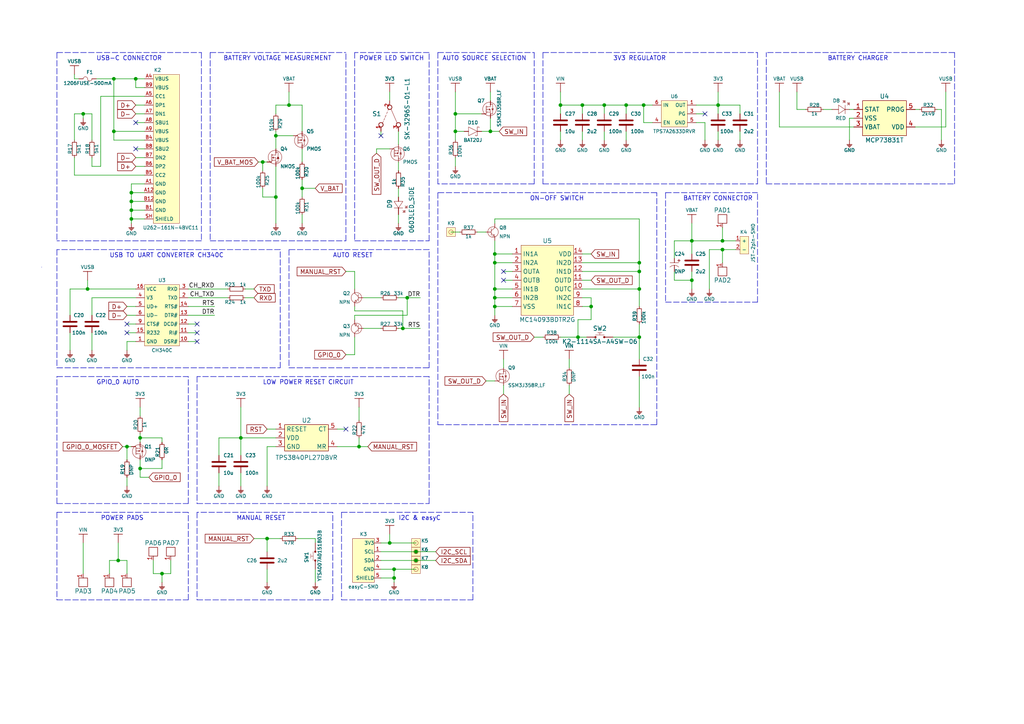
<source format=kicad_sch>
(kicad_sch (version 20211123) (generator eeschema)
  (paper "A4")
  (title_block (title "Soldered Inkplate 6FLICK Gen2") (date "2023-11-27") (rev "V1.0.0") (company "SOLDERED") (comment 1 "333312"))
  (lib_symbols
    (symbol "e-radionica.com schematics:0402LED" (pin_numbers hide) (pin_names (offset 0.254) hide)
      (property "Reference" "D" (at -0.635 2.54 0))
      (property "Value" "0402LED" (at 0 -2.54 0))
      (symbol "0402LED_1_1"
        (pin passive line (at -2.54 0 0) (length 1.91) (name "A") (number "1"))
        (pin passive line (at 2.54 0 180) (length 1.27) (name "K") (number "2"))
      )
    )
    (symbol "e-radionica.com schematics:0603C" (pin_numbers hide) (pin_names (offset 0.002))
      (property "Reference" "C" (at 0 3.81 0))
      (property "Value" "0603C" (at 0 -3.175 0))
      (symbol "0603C_1_1"
        (pin passive line (at -2.54 0 0) (length 1.9) (name "~") (number "1"))
        (pin passive line (at 2.54 0 180) (length 1.9) (name "~") (number "2"))
      )
    )
    (symbol "e-radionica.com schematics:0603LED_SIDE" (pin_numbers hide) (pin_names hide)
      (property "Reference" "D" (at -1.27 2.54 0))
      (property "Value" "0603LED_SIDE" (at 0 -2.286 0))
      (symbol "0603LED_SIDE_1_1"
        (pin passive line (at -2.54 0 0) (length 1.27) (name "A") (number "1"))
        (pin passive line (at 2.54 0 180) (length 1.91) (name "K") (number "2"))
      )
    )
    (symbol "e-radionica.com schematics:0603R" (pin_numbers hide) (pin_names (offset 0.254))
      (property "Reference" "R" (at 0 1.27 0))
      (property "Value" "0603R" (at 0 -1.905 0))
      (symbol "0603R_1_1"
        (pin passive line (at -2.54 0 0) (length 0.63) (name "~") (number "1"))
        (pin passive line (at 2.54 0 180) (length 0.63) (name "~") (number "2"))
      )
    )
    (symbol "e-radionica.com schematics:1206C" (pin_numbers hide)
      (property "Reference" "C" (at 0 3.81 0))
      (property "Value" "1206C" (at 0 -3.175 0))
      (symbol "1206C_1_1"
        (pin passive line (at -2.54 0 0) (length 1.9) (name "~") (number "1"))
        (pin passive line (at 2.54 0 180) (length 1.9) (name "~") (number "2"))
      )
    )
    (symbol "e-radionica.com schematics:1206FUSE" (pin_numbers hide) (pin_names hide)
      (property "Reference" "F" (at -1.27 1.905 0))
      (property "Value" "1206FUSE" (at 0 -1.905 0))
      (symbol "1206FUSE_1_1"
        (pin passive line (at -2.54 0 0) (length 1.27) (name "~") (number "1"))
        (pin passive line (at 2.54 0 180) (length 1.27) (name "~") (number "2"))
      )
    )
    (symbol "e-radionica.com schematics:2917C" (pin_numbers hide) (pin_names hide)
      (property "Reference" "C?" (at 0 0 0))
      (property "Value" "2917C" (at 0 0 0))
      (symbol "2917C_0_0"
        (text "+" (at -0.635 -1.27 0) (effects (font (size 1 1))))
      )
      (symbol "2917C_1_1"
        (pin input line (at -1.27 -2.54 0) (length 1.27) (name "+") (number "1"))
        (pin input line (at 2.54 -2.54 180) (length 1.8) (name "-") (number "2"))
      )
    )
    (symbol "e-radionica.com schematics:3V3" (power) (pin_names (offset 0))
      (property "Value" "3V3" (at 0 3.556 0))
      (symbol "3V3_1_1"
        (pin power_in line (at 0 0 90) (length 0) hide (name "3V3") (number "1"))
      )
    )
    (symbol "e-radionica.com schematics:BAT20J" (pin_numbers hide) (pin_names hide)
      (property "Reference" "D" (at 0 2.54 0))
      (property "Value" "BAT20J" (at 0 -2.54 0))
      (symbol "BAT20J_1_1"
        (pin input line (at -2.54 0 0) (length 1.27) (name "A") (number "1"))
        (pin input line (at 2.54 0 180) (length 1.27) (name "C") (number "2"))
      )
    )
    (symbol "e-radionica.com schematics:CH340C"
      (property "Reference" "U" (at -3.81 10.16 0))
      (property "Value" "CH340C" (at 0 -10.16 0))
      (symbol "CH340C_1_1"
        (pin passive line (at -7.62 -7.62 0) (length 2.54) (name "GND") (number "1"))
        (pin passive line (at 7.62 -7.62 180) (length 2.54) (name "DSR#") (number "10"))
        (pin passive line (at 7.62 -5.08 180) (length 2.54) (name "RI#") (number "11"))
        (pin passive line (at 7.62 -2.54 180) (length 2.54) (name "DCD#") (number "12"))
        (pin passive line (at 7.62 0 180) (length 2.54) (name "DTR#") (number "13"))
        (pin passive line (at 7.62 2.54 180) (length 2.54) (name "RTS#") (number "14"))
        (pin passive line (at -7.62 -5.08 0) (length 2.54) (name "R232") (number "15"))
        (pin passive line (at -7.62 7.62 0) (length 2.54) (name "VCC") (number "16"))
        (pin passive line (at 7.62 5.08 180) (length 2.54) (name "TXD") (number "2"))
        (pin passive line (at 7.62 7.62 180) (length 2.54) (name "RXD") (number "3"))
        (pin passive line (at -7.62 5.08 0) (length 2.54) (name "V3") (number "4"))
        (pin passive line (at -7.62 2.54 0) (length 2.54) (name "UD+") (number "5"))
        (pin passive line (at -7.62 0 0) (length 2.54) (name "UD-") (number "6"))
        (pin passive line (at -7.62 -2.54 0) (length 2.54) (name "CTS#") (number "9"))
      )
    )
    (symbol "e-radionica.com schematics:GND" (power) (pin_names (offset 0))
      (property "Value" "GND" (at 0 -2.921 0))
      (symbol "GND_1_1"
        (pin power_in line (at 0 0 270) (length 0) hide (name "GND") (number "1"))
      )
    )
    (symbol "e-radionica.com schematics:HEADER_MALE_1X1_Inkplate" (pin_numbers hide) (pin_names hide)
      (property "Reference" "K" (at 0 2.54 0))
      (property "Value" "HEADER_MALE_1X1_Inkplate" (at 0 -2.54 0))
      (symbol "HEADER_MALE_1X1_Inkplate_1_1"
        (pin passive line (at 0 0 180) (length 0) (name "~") (number "1"))
      )
    )
    (symbol "e-radionica.com schematics:JST-2pin-SMD"
      (property "Reference" "K" (at 0 3.81 0))
      (property "Value" "JST-2pin-SMD" (at 1.27 -3.81 0))
      (symbol "JST-2pin-SMD_1_1"
        (pin passive line (at 2.54 -1.27 180) (length 1.27) (name "+") (number "1"))
        (pin passive line (at 2.54 1.27 180) (length 1.27) (name "-") (number "2"))
      )
    )
    (symbol "e-radionica.com schematics:K2-1114SA-A4SW-06" (pin_numbers hide) (pin_names hide)
      (property "Reference" "SW" (at 0 2.54 0))
      (property "Value" "K2-1114SA-A4SW-06" (at 0 -2.54 0))
      (symbol "K2-1114SA-A4SW-06_1_1"
        (pin passive line (at -3.81 0 0) (length 2.54) (name "~") (number "1"))
        (pin passive line (at 3.81 0 180) (length 2.54) (name "~") (number "2"))
      )
    )
    (symbol "e-radionica.com schematics:MC14093BDTR2G"
      (property "Reference" "U" (at 0 15.24 0))
      (property "Value" "MC14093BDTR2G" (at 0 -7.62 0))
      (symbol "MC14093BDTR2G_1_1"
        (pin output line (at -10.16 11.43 0) (length 2.54) (name "IN1A") (number "1"))
        (pin output line (at 10.16 1.27 180) (length 2.54) (name "OUTC") (number "10"))
        (pin output line (at 10.16 3.81 180) (length 2.54) (name "OUTD") (number "11"))
        (pin output line (at 10.16 6.35 180) (length 2.54) (name "IN1D") (number "12"))
        (pin output line (at 10.16 8.89 180) (length 2.54) (name "IN2D") (number "13"))
        (pin output line (at 10.16 11.43 180) (length 2.54) (name "VDD") (number "14"))
        (pin output line (at -10.16 8.89 0) (length 2.54) (name "IN2A") (number "2"))
        (pin output line (at -10.16 6.35 0) (length 2.54) (name "OUTA") (number "3"))
        (pin output line (at -10.16 3.81 0) (length 2.54) (name "OUTB") (number "4"))
        (pin output line (at -10.16 1.27 0) (length 2.54) (name "IN1B") (number "5"))
        (pin output line (at -10.16 -1.27 0) (length 2.54) (name "IN2B") (number "6"))
        (pin output line (at -10.16 -3.81 0) (length 2.54) (name "VSS") (number "7"))
        (pin output line (at 10.16 -3.81 180) (length 2.54) (name "IN1C") (number "8"))
        (pin output line (at 10.16 -1.27 180) (length 2.54) (name "IN2C") (number "9"))
      )
    )
    (symbol "e-radionica.com schematics:MCP73831T"
      (property "Reference" "U" (at 0 6.35 0))
      (property "Value" "MCP73831T" (at 0 -6.35 0))
      (symbol "MCP73831T_1_1"
        (pin output line (at -8.89 2.54 0) (length 2.54) (name "STAT") (number "1"))
        (pin output line (at -8.89 0 0) (length 2.54) (name "VSS") (number "2"))
        (pin output line (at -8.89 -2.54 0) (length 2.54) (name "VBAT") (number "3"))
        (pin output line (at 8.89 -2.54 180) (length 2.54) (name "VDD") (number "4"))
        (pin output line (at 8.89 2.54 180) (length 2.54) (name "PROG") (number "5"))
      )
    )
    (symbol "e-radionica.com schematics:NMOS-SOT-23-3" (pin_numbers hide) (pin_names hide)
      (property "Reference" "Q" (at -1.143 2.921 0))
      (property "Value" "NMOS-SOT-23-3" (at 1.524 -3.937 0))
      (symbol "NMOS-SOT-23-3_1_1"
        (pin passive line (at -1.27 -1.27 0) (length 1.27) (name "G") (number "1"))
        (pin passive line (at 1.27 -2.54 90) (length 1.27) (name "S") (number "2"))
        (pin passive line (at 1.27 2.54 270) (length 1.27) (name "D") (number "3"))
      )
    )
    (symbol "e-radionica.com schematics:NPN-SOT-23-3" (pin_numbers hide) (pin_names hide)
      (property "Reference" "Q" (at -2.286 2.921 0))
      (property "Value" "NPN-SOT-23-3" (at 0 -3.81 0))
      (symbol "NPN-SOT-23-3_1_1"
        (pin passive line (at -2.54 0 0) (length 1.46) (name "B") (number "1"))
        (pin passive line (at 0 -2.54 90) (length 1.27) (name "E") (number "2"))
        (pin passive line (at 0 2.54 270) (length 1.27) (name "C") (number "3"))
      )
    )
    (symbol "e-radionica.com schematics:PAD_4x4"
      (property "Reference" "PAD" (at 0 2.54 0))
      (property "Value" "PAD_4x4" (at 0 -2.54 0))
      (symbol "PAD_4x4_1_1"
        (pin passive line (at -2.54 0 0) (length 1.27) (name "") (number "1"))
      )
    )
    (symbol "e-radionica.com schematics:PMOS-SOT-23-3" (pin_numbers hide) (pin_names hide)
      (property "Reference" "Q" (at -1.27 2.54 0))
      (property "Value" "PMOS-SOT-23-3" (at 0.381 -4.064 0))
      (symbol "PMOS-SOT-23-3_1_1"
        (pin passive line (at -1.27 -1.27 0) (length 1.27) (name "G") (number "1"))
        (pin passive line (at 1.27 -2.54 90) (length 1.27) (name "S") (number "2"))
        (pin passive line (at 1.27 2.54 270) (length 1.27) (name "D") (number "3"))
      )
    )
    (symbol "e-radionica.com schematics:SK-3296S-01-L1"
      (property "Reference" "S" (at 0 3.81 0))
      (property "Value" "SK-3296S-01-L1" (at 0 -6.35 0))
      (symbol "SK-3296S-01-L1_1_1"
        (pin input inverted (at 3.81 2.54 180) (length 2.54) (name "") (number "1"))
        (pin input inverted (at -5.08 0 0) (length 2.54) (name "") (number "2"))
        (pin input inverted (at 3.81 -2.54 180) (length 2.54) (name "") (number "3"))
      )
    )
    (symbol "e-radionica.com schematics:TPS3840PL27DBVR"
      (property "Reference" "U" (at 0 5.08 0))
      (property "Value" "TPS3840PL27DBVR" (at 0 -5.08 0))
      (symbol "TPS3840PL27DBVR_1_1"
        (pin input line (at -8.89 2.54 0) (length 2.54) (name "RESET") (number "1"))
        (pin input line (at -8.89 0 0) (length 2.54) (name "VDD") (number "2"))
        (pin input line (at -8.89 -2.54 0) (length 2.54) (name "GND") (number "3"))
        (pin input line (at 8.89 -2.54 180) (length 2.54) (name "MR") (number "4"))
        (pin input line (at 8.89 2.54 180) (length 2.54) (name "CT") (number "5"))
      )
    )
    (symbol "e-radionica.com schematics:TPS7A2633DRVR"
      (property "Reference" "U" (at -3.175 5.08 0))
      (property "Value" "TPS7A2633DRVR" (at 0 -5.08 0))
      (symbol "TPS7A2633DRVR_1_1"
        (pin passive line (at 6.35 2.54 180) (length 2.54) (name "OUT") (number "1"))
        (pin passive line (at 6.35 0 180) (length 2.54) (name "PG") (number "3"))
        (pin passive line (at -6.35 -2.54 0) (length 2.54) (name "EN") (number "4"))
        (pin passive line (at 6.35 -2.54 180) (length 2.54) (name "GND") (number "5"))
        (pin passive line (at -6.35 2.54 0) (length 2.54) (name "IN") (number "6"))
      )
    )
    (symbol "e-radionica.com schematics:U262-161N-4BVC11"
      (property "Reference" "K" (at 0 22.86 0))
      (property "Value" "U262-161N-4BVC11" (at 2.54 -22.86 0))
      (symbol "U262-161N-4BVC11_1_1"
        (pin passive line (at -3.81 -10.16 0) (length 2.54) (name "GND") (number "A1"))
        (pin passive line (at -3.81 -12.7 0) (length 2.54) (name "GND") (number "A12"))
        (pin passive line (at -3.81 20.32 0) (length 2.54) (name "VBUS") (number "A4"))
        (pin passive line (at -3.81 15.24 0) (length 2.54) (name "CC1") (number "A5"))
        (pin passive line (at -3.81 12.7 0) (length 2.54) (name "DP1") (number "A6"))
        (pin passive line (at -3.81 10.16 0) (length 2.54) (name "DN1") (number "A7"))
        (pin passive line (at -3.81 7.62 0) (length 2.54) (name "SBU1") (number "A8"))
        (pin passive line (at -3.81 5.08 0) (length 2.54) (name "VBUS") (number "A9"))
        (pin passive line (at -3.81 -17.78 0) (length 2.54) (name "GND") (number "B1"))
        (pin passive line (at -3.81 -15.24 0) (length 2.54) (name "GND") (number "B12"))
        (pin passive line (at -3.81 2.54 0) (length 2.54) (name "VBUS") (number "B4"))
        (pin passive line (at -3.81 -7.62 0) (length 2.54) (name "CC2") (number "B5"))
        (pin passive line (at -3.81 -5.08 0) (length 2.54) (name "DP2") (number "B6"))
        (pin passive line (at -3.81 -2.54 0) (length 2.54) (name "DN2") (number "B7"))
        (pin passive line (at -3.81 0 0) (length 2.54) (name "SBU2") (number "B8"))
        (pin passive line (at -3.81 17.78 0) (length 2.54) (name "VBUS") (number "B9"))
        (pin passive line (at -3.81 -20.32 0) (length 2.54) (name "SHIELD") (number "SH"))
      )
    )
    (symbol "e-radionica.com schematics:VBAT" (power) (pin_names (offset 0))
      (property "Value" "VBAT" (at 0 3.556 0))
      (symbol "VBAT_1_1"
        (pin power_in line (at 0 0 90) (length 0) hide (name "VBAT") (number "1"))
      )
    )
    (symbol "e-radionica.com schematics:VIN" (power) (pin_names (offset 0))
      (property "Value" "VIN" (at 0 3.556 0))
      (symbol "VIN_1_1"
        (pin power_in line (at 0 0 90) (length 0) hide (name "VIN") (number "1"))
      )
    )
    (symbol "e-radionica.com schematics:VUSB" (power) (pin_names (offset 0))
      (property "Value" "VUSB" (at 0 3.556 0))
      (symbol "VUSB_1_1"
        (pin power_in line (at 0 0 90) (length 0) hide (name "VUSB") (number "1"))
      )
    )
    (symbol "e-radionica.com schematics:YTSA007A0151803B" (pin_numbers hide) (pin_names hide)
      (property "Reference" "SW" (at -1.016 2.286 0))
      (property "Value" "YTSA007A0151803B" (at 1.778 -2.032 0))
      (symbol "YTSA007A0151803B_1_1"
        (pin passive line (at -2.54 0 0) (length 2.54) (name "~") (number "1"))
        (pin passive line (at 5.08 0 180) (length 2.54) (name "~") (number "2"))
      )
    )
    (symbol "e-radionica.com schematics:easyC-SMD" (pin_names (offset 0.002))
      (property "Reference" "K" (at 0 10.16 0))
      (property "Value" "easyC-SMD" (at 0 -5.08 0))
      (symbol "easyC-SMD_1_1"
        (pin passive line (at 5.08 5.08 180) (length 1.9) (name "SCL") (number "1"))
        (pin passive line (at 5.08 2.54 180) (length 1.9) (name "SDA") (number "2"))
        (pin passive line (at 5.08 7.62 180) (length 1.9) (name "3V3") (number "3"))
        (pin passive line (at 5.08 0 180) (length 1.9) (name "GND") (number "4"))
        (pin passive line (at 5.08 -2.54 180) (length 1.9) (name "SHIELD") (number "5"))
      )
    )
  )
  (junction (at 200.66 81.28))
  (junction (at 143.51 73.66))
  (junction (at 143.51 83.82))
  (junction (at 24.13 33.02))
  (junction (at 77.47 156.21))
  (junction (at 143.51 88.9))
  (junction (at 120.65 162.56))
  (junction (at 181.61 30.48))
  (junction (at 114.3 165.1))
  (junction (at 33.02 38.1))
  (junction (at 209.55 72.39))
  (junction (at 87.63 54.61))
  (junction (at 36.83 129.54))
  (junction (at 40.64 127))
  (junction (at 33.02 22.86))
  (junction (at 25.4 83.82))
  (junction (at 167.64 97.79))
  (junction (at 185.42 97.79))
  (junction (at 186.69 30.48))
  (junction (at 185.42 83.82))
  (junction (at 76.2 46.99))
  (junction (at 185.42 78.74))
  (junction (at 38.1 60.96))
  (junction (at 113.03 157.48))
  (junction (at 116.84 95.25))
  (junction (at 142.24 38.1))
  (junction (at 175.26 30.48))
  (junction (at 80.01 57.15))
  (junction (at 143.51 86.36))
  (junction (at 46.99 166.37))
  (junction (at 120.65 160.02))
  (junction (at 34.29 162.56))
  (junction (at 200.66 69.85))
  (junction (at 208.28 30.48))
  (junction (at 118.11 86.36))
  (junction (at 104.14 129.54))
  (junction (at 114.3 167.64))
  (junction (at 171.45 88.9))
  (junction (at 39.37 22.86))
  (junction (at 69.85 127))
  (junction (at 209.55 69.85))
  (junction (at 80.01 39.37))
  (junction (at 132.08 33.02))
  (junction (at 40.64 135.89))
  (junction (at 162.56 30.48))
  (junction (at 83.82 30.48))
  (junction (at 38.1 63.5))
  (junction (at 38.1 55.88))
  (junction (at 143.51 76.2))
  (junction (at 132.08 38.1))
  (junction (at 38.1 58.42))
  (junction (at 168.91 30.48))
  (junction (at 185.42 76.2))
  (no_connect (at 204.47 33.02))
  (no_connect (at 146.05 78.74))
  (no_connect (at 100.33 124.46))
  (no_connect (at 39.37 35.56))
  (no_connect (at 57.15 93.98))
  (no_connect (at 57.15 96.52))
  (no_connect (at 110.49 39.37))
  (no_connect (at 57.15 99.06))
  (no_connect (at 36.83 96.52))
  (no_connect (at 146.05 81.28))
  (no_connect (at 36.83 93.98))
  (no_connect (at 39.37 43.18))
  (wire (pts (xy 39.37 43.18) (xy 41.91 43.18)))
  (polyline (pts (xy 58.42 69.85) (xy 16.51 69.85)) (stroke (width 0) (type dash)))
  (wire (pts (xy 120.65 162.56) (xy 126.365 162.56)))
  (wire (pts (xy 167.64 97.79) (xy 170.18 97.79)))
  (wire (pts (xy 115.57 46.99) (xy 115.57 49.53)))
  (wire (pts (xy 105.41 86.36) (xy 110.49 86.36)))
  (wire (pts (xy 114.3 167.64) (xy 114.3 168.91)))
  (wire (pts (xy 110.49 157.48) (xy 113.03 157.48)))
  (wire (pts (xy 110.49 38.1) (xy 110.49 39.37)))
  (polyline (pts (xy 157.48 53.34) (xy 219.71 53.34)))
  (wire (pts (xy 181.61 30.48) (xy 175.26 30.48)))
  (wire (pts (xy 143.51 88.9) (xy 148.59 88.9)))
  (wire (pts (xy 80.01 39.37) (xy 80.01 43.18)))
  (wire (pts (xy 31.75 166.37) (xy 31.75 162.56)))
  (polyline (pts (xy 276.86 53.34) (xy 276.86 15.24)))
  (wire (pts (xy 26.67 48.26) (xy 26.67 45.72)))
  (wire (pts (xy 20.32 96.52) (xy 20.32 101.6)))
  (wire (pts (xy 109.22 43.18) (xy 109.22 44.45)))
  (wire (pts (xy 165.1 104.14) (xy 165.1 106.68)))
  (wire (pts (xy 238.76 31.75) (xy 241.3 31.75)))
  (wire (pts (xy 80.01 48.26) (xy 80.01 57.15)))
  (polyline (pts (xy 57.15 173.99) (xy 96.52 173.99)))
  (wire (pts (xy 168.91 30.48) (xy 168.91 33.02)))
  (wire (pts (xy 195.58 81.28) (xy 200.66 81.28)))
  (wire (pts (xy 39.37 45.72) (xy 41.91 45.72)))
  (wire (pts (xy 38.1 53.34) (xy 41.91 53.34)))
  (wire (pts (xy 273.05 31.75) (xy 273.05 40.64)))
  (wire (pts (xy 171.45 88.9) (xy 171.45 92.71)))
  (wire (pts (xy 168.91 76.2) (xy 185.42 76.2)))
  (wire (pts (xy 54.61 83.82) (xy 66.04 83.82)))
  (wire (pts (xy 195.58 69.85) (xy 200.66 69.85)))
  (wire (pts (xy 185.42 76.2) (xy 185.42 78.74)))
  (wire (pts (xy 100.33 78.74) (xy 102.87 78.74)))
  (wire (pts (xy 36.83 129.54) (xy 38.1 129.54)))
  (polyline (pts (xy 83.82 72.39) (xy 83.82 106.68)))
  (polyline (pts (xy 100.33 69.85) (xy 100.33 15.24)))
  (wire (pts (xy 87.63 30.48) (xy 83.82 30.48)))
  (wire (pts (xy 162.56 97.79) (xy 167.64 97.79)))
  (wire (pts (xy 26.67 86.36) (xy 26.67 91.44)))
  (wire (pts (xy 208.28 30.48) (xy 208.28 33.02)))
  (polyline (pts (xy 124.46 109.22) (xy 57.15 109.22)))
  (wire (pts (xy 80.01 57.15) (xy 80.01 64.77)))
  (wire (pts (xy 181.61 38.1) (xy 181.61 40.64)))
  (wire (pts (xy 46.99 133.35) (xy 46.99 135.89)))
  (polyline (pts (xy 83.82 106.68) (xy 124.46 106.68)))
  (wire (pts (xy 208.28 26.67) (xy 208.28 30.48)))
  (wire (pts (xy 143.51 69.85) (xy 143.51 73.66)))
  (wire (pts (xy 21.59 33.02) (xy 24.13 33.02)))
  (wire (pts (xy 165.1 111.76) (xy 165.1 114.3)))
  (polyline (pts (xy 96.52 173.99) (xy 96.52 148.59)))
  (wire (pts (xy 168.91 38.1) (xy 168.91 40.64)))
  (wire (pts (xy 102.87 97.79) (xy 102.87 102.87)))
  (wire (pts (xy 27.94 22.86) (xy 33.02 22.86)))
  (wire (pts (xy 38.1 63.5) (xy 41.91 63.5)))
  (wire (pts (xy 63.5 127) (xy 69.85 127)))
  (polyline (pts (xy 96.52 148.59) (xy 57.15 148.59)))
  (wire (pts (xy 231.14 31.75) (xy 231.14 26.67)))
  (wire (pts (xy 36.83 166.37) (xy 36.83 162.56)))
  (wire (pts (xy 76.2 46.99) (xy 77.47 46.99)))
  (polyline (pts (xy 16.51 15.24) (xy 16.51 69.85)) (stroke (width 0) (type dash)))
  (wire (pts (xy 205.74 83.82) (xy 205.74 72.39)))
  (polyline (pts (xy 99.06 148.59) (xy 99.06 173.99)))
  (wire (pts (xy 77.47 129.54) (xy 80.01 129.54)))
  (wire (pts (xy 24.13 157.48) (xy 24.13 166.37)))
  (wire (pts (xy 233.68 31.75) (xy 231.14 31.75)))
  (polyline (pts (xy 193.04 55.88) (xy 219.71 55.88)))
  (wire (pts (xy 110.49 167.64) (xy 114.3 167.64)))
  (wire (pts (xy 116.84 90.17) (xy 116.84 95.25)))
  (polyline (pts (xy 57.15 109.22) (xy 57.15 146.05)))
  (wire (pts (xy 87.63 54.61) (xy 87.63 52.07)))
  (wire (pts (xy 38.1 58.42) (xy 41.91 58.42)))
  (polyline (pts (xy 137.16 173.99) (xy 137.16 148.59)))
  (wire (pts (xy 87.63 30.48) (xy 87.63 38.1)))
  (wire (pts (xy 33.02 38.1) (xy 41.91 38.1)))
  (polyline (pts (xy 219.71 53.34) (xy 219.71 15.24)))
  (wire (pts (xy 113.03 26.67) (xy 113.03 29.21)))
  (wire (pts (xy 143.51 76.2) (xy 148.59 76.2)))
  (wire (pts (xy 69.85 118.11) (xy 69.85 127)))
  (wire (pts (xy 87.63 43.18) (xy 87.63 46.99)))
  (wire (pts (xy 36.83 88.9) (xy 39.37 88.9)))
  (wire (pts (xy 39.37 86.36) (xy 26.67 86.36)))
  (polyline (pts (xy 190.5 123.19) (xy 190.5 55.88)))
  (wire (pts (xy 33.02 22.86) (xy 39.37 22.86)))
  (wire (pts (xy 40.64 127) (xy 46.99 127)))
  (wire (pts (xy 40.64 125.73) (xy 40.64 127)))
  (wire (pts (xy 175.26 30.48) (xy 175.26 33.02)))
  (wire (pts (xy 80.01 39.37) (xy 85.09 39.37)))
  (polyline (pts (xy 102.87 69.85) (xy 124.46 69.85)))
  (wire (pts (xy 38.1 63.5) (xy 38.1 60.96)))
  (wire (pts (xy 69.85 127) (xy 69.85 132.08)))
  (wire (pts (xy 142.24 26.67) (xy 142.24 29.21)))
  (wire (pts (xy 104.14 127) (xy 104.14 129.54)))
  (wire (pts (xy 168.91 78.74) (xy 185.42 78.74)))
  (wire (pts (xy 132.08 38.1) (xy 132.08 40.64)))
  (wire (pts (xy 185.42 63.5) (xy 185.42 76.2)))
  (wire (pts (xy 77.47 129.54) (xy 77.47 140.97)))
  (wire (pts (xy 76.2 57.15) (xy 80.01 57.15)))
  (wire (pts (xy 41.91 25.4) (xy 39.37 25.4)))
  (wire (pts (xy 91.44 165.1) (xy 91.44 168.91)))
  (wire (pts (xy 246.38 34.29) (xy 247.65 34.29)))
  (wire (pts (xy 209.55 69.85) (xy 213.36 69.85)))
  (wire (pts (xy 91.44 156.21) (xy 91.44 157.48)))
  (wire (pts (xy 91.44 54.61) (xy 87.63 54.61)))
  (wire (pts (xy 69.85 127) (xy 80.01 127)))
  (wire (pts (xy 246.38 34.29) (xy 246.38 40.64)))
  (wire (pts (xy 200.66 69.85) (xy 209.55 69.85)))
  (wire (pts (xy 102.87 102.87) (xy 100.33 102.87)))
  (wire (pts (xy 175.26 38.1) (xy 175.26 40.64)))
  (wire (pts (xy 102.87 88.9) (xy 102.87 90.17)))
  (polyline (pts (xy 222.25 17.145) (xy 222.25 53.34)))
  (wire (pts (xy 186.69 35.56) (xy 186.69 30.48)))
  (wire (pts (xy 26.67 33.02) (xy 24.13 33.02)))
  (wire (pts (xy 36.83 138.43) (xy 36.83 140.97)))
  (wire (pts (xy 265.43 31.75) (xy 266.7 31.75)))
  (wire (pts (xy 115.57 62.23) (xy 115.57 64.77)))
  (wire (pts (xy 36.83 133.35) (xy 36.83 129.54)))
  (wire (pts (xy 34.29 157.48) (xy 34.29 162.56)))
  (polyline (pts (xy 57.15 148.59) (xy 57.15 173.99)))
  (wire (pts (xy 132.08 33.02) (xy 132.08 38.1)))
  (wire (pts (xy 43.18 138.43) (xy 40.64 138.43)))
  (wire (pts (xy 214.63 38.1) (xy 214.63 40.64)))
  (wire (pts (xy 208.28 38.1) (xy 208.28 40.64)))
  (wire (pts (xy 54.61 99.06) (xy 57.15 99.06)))
  (wire (pts (xy 142.24 34.29) (xy 142.24 38.1)))
  (wire (pts (xy 208.28 30.48) (xy 201.93 30.48)))
  (wire (pts (xy 132.08 33.02) (xy 139.7 33.02)))
  (wire (pts (xy 132.08 26.67) (xy 132.08 33.02)))
  (wire (pts (xy 186.69 30.48) (xy 181.61 30.48)))
  (wire (pts (xy 25.4 81.28) (xy 25.4 83.82)))
  (wire (pts (xy 41.91 40.64) (xy 33.02 40.64)))
  (wire (pts (xy 46.99 135.89) (xy 40.64 135.89)))
  (polyline (pts (xy 12.065 77.47) (xy 12.065 77.47)))
  (wire (pts (xy 102.87 91.44) (xy 118.11 91.44)))
  (wire (pts (xy 104.14 118.11) (xy 104.14 121.92)))
  (polyline (pts (xy 81.28 72.39) (xy 16.51 72.39)))
  (wire (pts (xy 143.51 73.66) (xy 143.51 76.2)))
  (wire (pts (xy 177.8 97.79) (xy 185.42 97.79)))
  (wire (pts (xy 201.93 33.02) (xy 204.47 33.02)))
  (wire (pts (xy 38.1 60.96) (xy 38.1 58.42)))
  (polyline (pts (xy 193.04 55.88) (xy 193.04 87.63)))
  (wire (pts (xy 115.57 38.1) (xy 115.57 41.91)))
  (polyline (pts (xy 124.46 15.24) (xy 102.87 15.24)))
  (wire (pts (xy 209.55 72.39) (xy 209.55 76.2)))
  (polyline (pts (xy 60.96 69.85) (xy 100.33 69.85)))
  (wire (pts (xy 39.37 25.4) (xy 39.37 22.86)))
  (wire (pts (xy 39.37 30.48) (xy 41.91 30.48)))
  (wire (pts (xy 46.99 128.27) (xy 46.99 127)))
  (wire (pts (xy 54.61 86.36) (xy 66.04 86.36)))
  (polyline (pts (xy 102.87 15.24) (xy 102.87 69.85)))
  (wire (pts (xy 168.91 83.82) (xy 185.42 83.82)))
  (polyline (pts (xy 81.28 106.68) (xy 81.28 72.39)))
  (polyline (pts (xy 16.51 15.24) (xy 58.42 15.24)) (stroke (width 0) (type dash)))
  (polyline (pts (xy 157.48 15.24) (xy 219.71 15.24)))
  (polyline (pts (xy 54.61 148.59) (xy 16.51 148.59)))
  (wire (pts (xy 130.81 67.31) (xy 133.35 67.31)))
  (wire (pts (xy 118.11 91.44) (xy 118.11 86.36)))
  (wire (pts (xy 54.61 88.9) (xy 62.23 88.9)))
  (wire (pts (xy 83.82 26.67) (xy 83.82 30.48)))
  (wire (pts (xy 104.14 129.54) (xy 106.68 129.54)))
  (polyline (pts (xy 60.96 15.24) (xy 60.96 69.85)))
  (wire (pts (xy 97.79 129.54) (xy 104.14 129.54)))
  (polyline (pts (xy 57.15 146.05) (xy 124.46 146.05)))
  (polyline (pts (xy 127 55.88) (xy 127 123.19)))
  (wire (pts (xy 143.51 83.82) (xy 143.51 86.36)))
  (wire (pts (xy 36.83 162.56) (xy 34.29 162.56)))
  (wire (pts (xy 26.67 40.64) (xy 26.67 33.02)))
  (polyline (pts (xy 157.48 15.24) (xy 157.48 53.34)))
  (wire (pts (xy 185.42 83.82) (xy 185.42 88.9)))
  (wire (pts (xy 39.37 35.56) (xy 41.91 35.56)))
  (wire (pts (xy 143.51 76.2) (xy 143.51 83.82)))
  (polyline (pts (xy 16.51 72.39) (xy 16.51 106.68)))
  (wire (pts (xy 40.64 133.35) (xy 40.64 135.89)))
  (polyline (pts (xy 127 15.24) (xy 127 53.34)))
  (wire (pts (xy 80.01 30.48) (xy 80.01 33.02)))
  (wire (pts (xy 38.1 55.88) (xy 38.1 53.34)))
  (polyline (pts (xy 124.46 72.39) (xy 83.82 72.39)))
  (wire (pts (xy 38.1 64.77) (xy 38.1 63.5)))
  (wire (pts (xy 113.03 157.48) (xy 120.65 157.48)))
  (wire (pts (xy 189.23 35.56) (xy 186.69 35.56)))
  (wire (pts (xy 76.2 54.61) (xy 76.2 57.15)))
  (wire (pts (xy 20.32 91.44) (xy 20.32 83.82)))
  (wire (pts (xy 226.06 36.83) (xy 226.06 26.67)))
  (wire (pts (xy 87.63 54.61) (xy 87.63 57.15)))
  (wire (pts (xy 54.61 91.44) (xy 62.23 91.44)))
  (wire (pts (xy 77.47 165.1) (xy 77.47 168.91)))
  (polyline (pts (xy 124.46 146.05) (xy 124.46 109.22)))
  (wire (pts (xy 115.57 95.25) (xy 116.84 95.25)))
  (wire (pts (xy 29.21 27.94) (xy 29.21 48.26)))
  (wire (pts (xy 214.63 33.02) (xy 214.63 30.48)))
  (wire (pts (xy 139.7 38.1) (xy 142.24 38.1)))
  (wire (pts (xy 189.23 30.48) (xy 186.69 30.48)))
  (wire (pts (xy 39.37 22.86) (xy 41.91 22.86)))
  (wire (pts (xy 105.41 95.25) (xy 110.49 95.25)))
  (wire (pts (xy 167.64 92.71) (xy 167.64 97.79)))
  (wire (pts (xy 143.51 86.36) (xy 143.51 88.9)))
  (wire (pts (xy 109.22 43.18) (xy 113.03 43.18)))
  (wire (pts (xy 38.1 55.88) (xy 41.91 55.88)))
  (wire (pts (xy 195.58 74.93) (xy 195.58 69.85)))
  (wire (pts (xy 86.36 156.21) (xy 91.44 156.21)))
  (wire (pts (xy 134.62 38.1) (xy 132.08 38.1)))
  (wire (pts (xy 204.47 40.64) (xy 204.47 35.56)))
  (wire (pts (xy 39.37 99.06) (xy 36.83 99.06)))
  (wire (pts (xy 20.32 83.82) (xy 25.4 83.82)))
  (wire (pts (xy 168.91 30.48) (xy 162.56 30.48)))
  (wire (pts (xy 200.66 81.28) (xy 200.66 83.82)))
  (wire (pts (xy 226.06 36.83) (xy 247.65 36.83)))
  (wire (pts (xy 83.82 30.48) (xy 80.01 30.48)))
  (wire (pts (xy 138.43 67.31) (xy 140.97 67.31)))
  (wire (pts (xy 26.67 96.52) (xy 26.67 101.6)))
  (wire (pts (xy 146.05 78.74) (xy 148.59 78.74)))
  (wire (pts (xy 71.12 86.36) (xy 73.66 86.36)))
  (wire (pts (xy 171.45 86.36) (xy 171.45 88.9)))
  (wire (pts (xy 110.49 162.56) (xy 120.65 162.56)))
  (wire (pts (xy 87.63 62.23) (xy 87.63 64.77)))
  (wire (pts (xy 143.51 73.66) (xy 148.59 73.66)))
  (polyline (pts (xy 58.42 15.24) (xy 58.42 69.85)) (stroke (width 0) (type dash)))
  (wire (pts (xy 33.02 40.64) (xy 33.02 38.1)))
  (wire (pts (xy 200.66 78.74) (xy 200.66 81.28)))
  (polyline (pts (xy 99.06 148.59) (xy 137.16 148.59)))
  (polyline (pts (xy 154.94 15.24) (xy 154.94 53.34)))
  (wire (pts (xy 77.47 160.02) (xy 77.47 156.21)))
  (wire (pts (xy 40.64 138.43) (xy 40.64 135.89)))
  (polyline (pts (xy 16.51 106.68) (xy 81.28 106.68)))
  (polyline (pts (xy 219.71 87.63) (xy 219.71 55.88)))
  (wire (pts (xy 246.38 31.75) (xy 247.65 31.75)))
  (wire (pts (xy 175.26 30.48) (xy 168.91 30.48)))
  (wire (pts (xy 49.53 166.37) (xy 46.99 166.37)))
  (polyline (pts (xy 54.61 173.99) (xy 54.61 148.59)))
  (polyline (pts (xy 16.51 146.05) (xy 16.51 109.22)))
  (polyline (pts (xy 16.51 146.05) (xy 54.61 146.05)))
  (wire (pts (xy 40.64 118.11) (xy 40.64 120.65)))
  (wire (pts (xy 185.42 97.79) (xy 185.42 104.14)))
  (wire (pts (xy 162.56 30.48) (xy 162.56 33.02)))
  (polyline (pts (xy 60.96 15.24) (xy 100.33 15.24)))
  (wire (pts (xy 205.74 72.39) (xy 209.55 72.39)))
  (wire (pts (xy 115.57 86.36) (xy 118.11 86.36)))
  (polyline (pts (xy 193.04 87.63) (xy 219.71 87.63)))
  (polyline (pts (xy 16.51 173.99) (xy 54.61 173.99)))
  (wire (pts (xy 204.47 35.56) (xy 201.93 35.56)))
  (wire (pts (xy 146.05 104.14) (xy 146.05 106.68)))
  (wire (pts (xy 209.55 66.04) (xy 209.55 69.85)))
  (polyline (pts (xy 124.46 69.85) (xy 124.46 15.24)))
  (wire (pts (xy 214.63 30.48) (xy 208.28 30.48)))
  (wire (pts (xy 22.86 22.86) (xy 21.59 22.86)))
  (wire (pts (xy 39.37 33.02) (xy 41.91 33.02)))
  (wire (pts (xy 21.59 40.64) (xy 21.59 33.02)))
  (polyline (pts (xy 16.51 148.59) (xy 16.51 173.99)))
  (wire (pts (xy 114.3 165.1) (xy 120.65 165.1)))
  (wire (pts (xy 142.24 38.1) (xy 144.78 38.1)))
  (wire (pts (xy 200.66 64.77) (xy 200.66 69.85)))
  (wire (pts (xy 97.79 124.46) (xy 100.33 124.46)))
  (wire (pts (xy 185.42 78.74) (xy 185.42 83.82)))
  (wire (pts (xy 146.05 111.76) (xy 146.05 114.3)))
  (wire (pts (xy 24.13 33.02) (xy 24.13 34.29)))
  (wire (pts (xy 54.61 96.52) (xy 57.15 96.52)))
  (wire (pts (xy 168.91 86.36) (xy 171.45 86.36)))
  (wire (pts (xy 63.5 137.16) (xy 63.5 140.97)))
  (polyline (pts (xy 127 123.19) (xy 190.5 123.19)))
  (wire (pts (xy 143.51 64.77) (xy 143.51 63.5)))
  (wire (pts (xy 273.05 31.75) (xy 271.78 31.75)))
  (wire (pts (xy 74.93 46.99) (xy 76.2 46.99)))
  (wire (pts (xy 40.64 127) (xy 40.64 128.27)))
  (wire (pts (xy 162.56 38.1) (xy 162.56 40.64)))
  (wire (pts (xy 36.83 96.52) (xy 39.37 96.52)))
  (wire (pts (xy 36.83 93.98) (xy 39.37 93.98)))
  (polyline (pts (xy 276.86 15.24) (xy 222.25 15.24)))
  (wire (pts (xy 49.53 162.56) (xy 49.53 166.37)))
  (polyline (pts (xy 222.25 53.34) (xy 276.86 53.34)))
  (wire (pts (xy 63.5 127) (xy 63.5 132.08)))
  (wire (pts (xy 168.91 88.9) (xy 171.45 88.9)))
  (wire (pts (xy 44.45 162.56) (xy 44.45 166.37)))
  (wire (pts (xy 21.59 50.8) (xy 41.91 50.8)))
  (polyline (pts (xy 127 15.24) (xy 154.94 15.24)))
  (wire (pts (xy 41.91 27.94) (xy 29.21 27.94)))
  (wire (pts (xy 39.37 83.82) (xy 25.4 83.82)))
  (wire (pts (xy 185.42 109.22) (xy 185.42 118.11)))
  (wire (pts (xy 39.37 48.26) (xy 41.91 48.26)))
  (wire (pts (xy 118.11 86.36) (xy 121.92 86.36)))
  (wire (pts (xy 80.01 38.1) (xy 80.01 39.37)))
  (wire (pts (xy 31.75 162.56) (xy 34.29 162.56)))
  (polyline (pts (xy 124.46 106.68) (xy 124.46 72.39)))
  (wire (pts (xy 168.91 81.28) (xy 171.45 81.28)))
  (wire (pts (xy 185.42 93.98) (xy 185.42 97.79)))
  (wire (pts (xy 113.03 154.94) (xy 113.03 157.48)))
  (wire (pts (xy 76.2 49.53) (xy 76.2 46.99)))
  (wire (pts (xy 143.51 83.82) (xy 148.59 83.82)))
  (wire (pts (xy 77.47 124.46) (xy 80.01 124.46)))
  (wire (pts (xy 143.51 88.9) (xy 143.51 91.44)))
  (wire (pts (xy 35.56 129.54) (xy 36.83 129.54)))
  (polyline (pts (xy 99.06 173.99) (xy 137.16 173.99)))
  (wire (pts (xy 38.1 58.42) (xy 38.1 55.88)))
  (wire (pts (xy 77.47 156.21) (xy 81.28 156.21)))
  (wire (pts (xy 73.66 156.21) (xy 77.47 156.21)))
  (wire (pts (xy 274.32 26.67) (xy 274.32 36.83)))
  (polyline (pts (xy 222.25 15.24) (xy 222.25 16.51)))
  (wire (pts (xy 102.87 92.71) (xy 102.87 91.44)))
  (wire (pts (xy 171.45 92.71) (xy 167.64 92.71)))
  (wire (pts (xy 116.84 95.25) (xy 121.92 95.25)))
  (wire (pts (xy 36.83 99.06) (xy 36.83 101.6)))
  (wire (pts (xy 29.21 48.26) (xy 26.67 48.26)))
  (wire (pts (xy 162.56 30.48) (xy 162.56 26.67)))
  (wire (pts (xy 140.97 110.49) (xy 143.51 110.49)))
  (polyline (pts (xy 154.94 53.34) (xy 127 53.34)))
  (wire (pts (xy 265.43 36.83) (xy 274.32 36.83)))
  (wire (pts (xy 114.3 165.1) (xy 114.3 167.64)))
  (wire (pts (xy 71.12 83.82) (xy 73.66 83.82)))
  (wire (pts (xy 132.08 45.72) (xy 132.08 48.26)))
  (wire (pts (xy 195.58 78.74) (xy 195.58 81.28)))
  (wire (pts (xy 120.65 160.02) (xy 126.365 160.02)))
  (wire (pts (xy 200.66 69.85) (xy 200.66 73.66)))
  (wire (pts (xy 209.55 72.39) (xy 213.36 72.39)))
  (wire (pts (xy 181.61 30.48) (xy 181.61 33.02)))
  (wire (pts (xy 21.59 45.72) (xy 21.59 50.8)))
  (wire (pts (xy 110.49 160.02) (xy 120.65 160.02)))
  (polyline (pts (xy 190.5 55.88) (xy 127 55.88)))
  (wire (pts (xy 36.83 91.44) (xy 39.37 91.44)))
  (wire (pts (xy 21.59 22.86) (xy 21.59 21.59)))
  (wire (pts (xy 54.61 93.98) (xy 57.15 93.98)))
  (wire (pts (xy 33.02 38.1) (xy 33.02 22.86)))
  (wire (pts (xy 146.05 81.28) (xy 148.59 81.28)))
  (wire (pts (xy 154.94 97.79) (xy 157.48 97.79)))
  (wire (pts (xy 115.57 54.61) (xy 115.57 57.15)))
  (wire (pts (xy 38.1 60.96) (xy 41.91 60.96)))
  (polyline (pts (xy 54.61 146.05) (xy 54.61 109.22)))
  (wire (pts (xy 143.51 86.36) (xy 148.59 86.36)))
  (wire (pts (xy 102.87 90.17) (xy 116.84 90.17)))
  (polyline (pts (xy 16.51 109.22) (xy 54.61 109.22)))
  (wire (pts (xy 46.99 166.37) (xy 46.99 168.91)))
  (wire (pts (xy 44.45 166.37) (xy 46.99 166.37)))
  (wire (pts (xy 143.51 63.5) (xy 185.42 63.5)))
  (wire (pts (xy 168.91 73.66) (xy 171.45 73.66)))
  (wire (pts (xy 110.49 165.1) (xy 114.3 165.1)))
  (wire (pts (xy 102.87 78.74) (xy 102.87 83.82)))
  (wire (pts (xy 69.85 137.16) (xy 69.85 140.97)))
  (text "USB TO UART CONVERTER CH340C" (at 31.75 74.93 0) (effects (font (size 1.27 1.27)) (justify left bottom)))
  (text "AUTO SOURCE SELECTION" (at 128.27 17.78 0) (effects (font (size 1.27 1.27)) (justify left bottom)))
  (text "AUTO RESET" (at 96.52 74.93 0) (effects (font (size 1.27 1.27)) (justify left bottom)))
  (text "I2C & easyC" (at 115.57 151.13 0) (effects (font (size 1.27 1.27)) (justify left bottom)))
  (text "ON-OFF SWITCH" (at 153.67 58.42 0) (effects (font (size 1.27 1.27)) (justify left bottom)))
  (text "POWER LED SWITCH" (at 104.14 17.78 0) (effects (font (size 1.27 1.27)) (justify left bottom)))
  (text "GPIO_0 AUTO" (at 27.94 111.76 0) (effects (font (size 1.27 1.27)) (justify left bottom)))
  (text "BATTERY VOLTAGE MEASUREMENT" (at 64.77 17.78 0) (effects (font (size 1.27 1.27)) (justify left bottom)))
  (text "3V3 REGULATOR" (at 177.8 17.78 0) (effects (font (size 1.27 1.27)) (justify left bottom)))
  (text "USB-C CONNECTOR\n" (at 46.99 17.78 180) (effects (font (size 1.27 1.27)) (justify right bottom)))
  (text "POWER PADS\n" (at 29.21 151.13 0) (effects (font (size 1.27 1.27)) (justify left bottom)))
  (text "MANUAL RESET" (at 68.58 151.13 0) (effects (font (size 1.27 1.27)) (justify left bottom)))
  (text "LOW POWER RESET CIRCUIT " (at 76.2 111.76 0) (effects (font (size 1.27 1.27)) (justify left bottom)))
  (text "BATTERY CONNECTOR" (at 198.12 58.42 0) (effects (font (size 1.27 1.27)) (justify left bottom)))
  (text "BATTERY CHARGER" (at 240.03 17.78 0) (effects (font (size 1.27 1.27)) (justify left bottom)))
  (label "CH_TXD" (at 62.23 86.36 180))
  (label "RTS" (at 121.92 95.25 180))
  (label "CH_RXD" (at 62.23 83.82 180))
  (label "RTS" (at 62.23 88.9 180))
  (label "DTR" (at 121.92 86.36 180))
  (label "DTR" (at 62.23 91.44 180))
  (global_label "SW_OUT_D" (shape input) (at 109.22 44.45 270) (property "Intersheet References" "${INTERSHEET_REFS}" (effects hide)))
  (global_label "SW_IN" (shape input) (at 165.1 114.3 270) (property "Intersheet References" "${INTERSHEET_REFS}" (effects hide)))
  (global_label "D-" (shape input) (at 39.37 45.72 180) (property "Intersheet References" "${INTERSHEET_REFS}" (effects hide)))
  (global_label "D-" (shape input) (at 36.83 91.44 180) (property "Intersheet References" "${INTERSHEET_REFS}" (effects hide)))
  (global_label "MANUAL_RST" (shape input) (at 73.66 156.21 180) (property "Intersheet References" "${INTERSHEET_REFS}" (effects hide)))
  (global_label "V_BAT" (shape input) (at 91.44 54.61 0) (property "Intersheet References" "${INTERSHEET_REFS}" (effects hide)))
  (global_label "SW_IN" (shape input) (at 144.78 38.1 0) (property "Intersheet References" "${INTERSHEET_REFS}" (effects hide)))
  (global_label "GPIO_0" (shape input) (at 100.33 102.87 180) (property "Intersheet References" "${INTERSHEET_REFS}" (effects hide)))
  (global_label "SW_OUT_D" (shape input) (at 171.45 81.28 0) (property "Intersheet References" "${INTERSHEET_REFS}" (effects hide)))
  (global_label "GPIO_0_MOSFET" (shape input) (at 35.56 129.54 180) (property "Intersheet References" "${INTERSHEET_REFS}" (effects hide)))
  (global_label "GPIO_0" (shape input) (at 43.18 138.43 0) (property "Intersheet References" "${INTERSHEET_REFS}" (effects hide)))
  (global_label "MANUAL_RST" (shape input) (at 100.33 78.74 180) (property "Intersheet References" "${INTERSHEET_REFS}" (effects hide)))
  (global_label "SW_OUT_D" (shape input) (at 140.97 110.49 180) (property "Intersheet References" "${INTERSHEET_REFS}" (effects hide)))
  (global_label "V_BAT_MOS" (shape input) (at 74.93 46.99 180) (property "Intersheet References" "${INTERSHEET_REFS}" (effects hide)))
  (global_label "D-" (shape input) (at 39.37 33.02 180) (property "Intersheet References" "${INTERSHEET_REFS}" (effects hide)))
  (global_label "SW_OUT_D" (shape input) (at 154.94 97.79 180) (property "Intersheet References" "${INTERSHEET_REFS}" (effects hide)))
  (global_label "I2C_SCL" (shape input) (at 126.365 160.02 0) (property "Intersheet References" "${INTERSHEET_REFS}" (effects hide)))
  (global_label "SW_IN" (shape input) (at 171.45 73.66 0) (property "Intersheet References" "${INTERSHEET_REFS}" (effects hide)))
  (global_label "I2C_SDA" (shape input) (at 126.365 162.56 0) (property "Intersheet References" "${INTERSHEET_REFS}" (effects hide)))
  (global_label "D+" (shape input) (at 36.83 88.9 180) (property "Intersheet References" "${INTERSHEET_REFS}" (effects hide)))
  (global_label "RST" (shape input) (at 77.47 124.46 180) (property "Intersheet References" "${INTERSHEET_REFS}" (effects hide)))
  (global_label "SW_IN" (shape input) (at 146.05 114.3 270) (property "Intersheet References" "${INTERSHEET_REFS}" (effects hide)))
  (global_label "D+" (shape input) (at 39.37 48.26 180) (property "Intersheet References" "${INTERSHEET_REFS}" (effects hide)))
  (global_label "D+" (shape input) (at 39.37 30.48 180) (property "Intersheet References" "${INTERSHEET_REFS}" (effects hide)))
  (global_label "RXD" (shape input) (at 73.66 86.36 0) (property "Intersheet References" "${INTERSHEET_REFS}" (effects hide)))
  (global_label "MANUAL_RST" (shape input) (at 106.68 129.54 0) (property "Intersheet References" "${INTERSHEET_REFS}" (effects hide)))
  (global_label "TXD" (shape input) (at 73.66 83.82 0) (property "Intersheet References" "${INTERSHEET_REFS}" (effects hide)))
  (symbol (lib_id "e-radionica.com schematics:TPS3840PL27DBVR") (at 88.9 127 0) (unit 1)
    (property "Reference" "U2" (at 88.9 121.92 0))
    (property "Value" "TPS3840PL27DBVR" (at 88.9 132.715 0))
    (property "Footprint" "e-radionica.com footprinti:SOT-23-5" (effects hide))
  )
  (symbol (lib_id "e-radionica.com schematics:GND") (at 175.26 40.64 0) (unit 1)
    (property "Reference" "#PWR0177" (effects hide))
    (property "Value" "GND" (at 175.26 43.561 0) (effects (font (size 1 1))))
  )
  (symbol (lib_id "e-radionica.com schematics:PAD_4x4") (at 31.75 168.91 270) (unit 1)
    (property "Reference" "PAD4" (at 34.29 171.45 90) (effects (justify right)))
    (property "Value" "PAD_4x4" (effects hide))
    (property "Footprint" "e-radionica.com footprinti:PAD_4x4" (effects hide))
  )
  (symbol (lib_id "e-radionica.com schematics:3V3") (at 34.29 157.48 0) (unit 1)
    (property "Reference" "#PWR083" (effects hide))
    (property "Value" "3V3" (at 34.29 153.67 0) (effects (font (size 1 1))))
  )
  (symbol (lib_id "e-radionica.com schematics:0603C") (at 168.91 35.56 90) (unit 1)
    (property "Reference" "C28" (at 170.18 33.02 90) (effects (font (size 1 1)) (justify right)))
    (property "Value" "2u2" (at 170.18 38.1 90) (effects (font (size 1 1)) (justify right)))
    (property "Footprint" "e-radionica.com footprinti:0603C" (effects hide))
  )
  (symbol (lib_id "e-radionica.com schematics:GND") (at 38.1 64.77 0) (unit 1)
    (property "Reference" "#PWR065" (effects hide))
    (property "Value" "GND" (at 38.1 67.691 0) (effects (font (size 1 1))))
  )
  (symbol (lib_id "e-radionica.com schematics:PMOS-SOT-23-3") (at 39.37 130.81 0) (mirror x) (unit 1)
    (property "Reference" "Q1" (at 41.91 129.54 0) (effects (font (size 1 1)) (justify left)))
    (property "Value" "DNP" (at 41.91 133.35 0) (effects (font (size 1 1)) (justify left)))
    (property "Footprint" "e-radionica.com footprinti:SOT-23-3" (effects hide))
  )
  (symbol (lib_id "e-radionica.com schematics:3V3") (at 113.03 154.94 0) (unit 1)
    (property "Reference" "#PWR072" (effects hide))
    (property "Value" "3V3" (at 113.03 151.13 0) (effects (font (size 1 1))))
  )
  (symbol (lib_id "e-radionica.com schematics:0603R") (at 87.63 49.53 90) (unit 1)
    (property "Reference" "R30" (at 88.9 48.26 0) (effects (font (size 1 1)) (justify right)))
    (property "Value" "100k" (at 86.36 48.26 0) (effects (font (size 1 1)) (justify right)))
    (property "Footprint" "e-radionica.com footprinti:0603R" (effects hide))
  )
  (symbol (lib_id "e-radionica.com schematics:0603R") (at 68.58 83.82 0) (unit 1)
    (property "Reference" "R23" (at 66.675 82.55 0) (effects (font (size 1 1))))
    (property "Value" "1k" (at 70.485 82.55 0) (effects (font (size 1 1))))
    (property "Footprint" "e-radionica.com footprinti:0603R" (effects hide))
  )
  (symbol (lib_id "e-radionica.com schematics:GND") (at 168.91 40.64 0) (unit 1)
    (property "Reference" "#PWR0176" (effects hide))
    (property "Value" "GND" (at 168.91 43.561 0) (effects (font (size 1 1))))
  )
  (symbol (lib_id "e-radionica.com schematics:VIN") (at 162.56 26.67 0) (unit 1)
    (property "Reference" "#PWR098" (effects hide))
    (property "Value" "VIN" (at 162.56 22.86 0) (effects (font (size 1 1))))
  )
  (symbol (lib_id "e-radionica.com schematics:VIN") (at 146.05 104.14 0) (unit 1)
    (property "Reference" "#PWR0100" (effects hide))
    (property "Value" "VIN" (at 146.05 100.33 0) (effects (font (size 1 1))))
  )
  (symbol (lib_id "e-radionica.com schematics:VUSB") (at 21.59 21.59 0) (unit 1)
    (property "Reference" "#PWR059" (effects hide))
    (property "Value" "VUSB" (at 21.59 17.78 0) (effects (font (size 1 1))))
  )
  (symbol (lib_id "e-radionica.com schematics:0603R") (at 165.1 109.22 90) (unit 1)
    (property "Reference" "R34" (at 163.83 109.22 0) (effects (font (size 1 1))))
    (property "Value" "DNP" (at 166.37 109.22 0) (effects (font (size 1 1))))
    (property "Footprint" "e-radionica.com footprinti:0603R" (effects hide))
  )
  (symbol (lib_id "e-radionica.com schematics:GND") (at 26.67 101.6 0) (unit 1)
    (property "Reference" "#PWR060" (effects hide))
    (property "Value" "GND" (at 26.67 104.521 0) (effects (font (size 1 1))))
  )
  (symbol (lib_id "e-radionica.com schematics:0603R") (at 36.83 135.89 90) (unit 1)
    (property "Reference" "R19" (at 35.56 134.62 0) (effects (font (size 1 1)) (justify right)))
    (property "Value" "DNP" (at 38.1 134.62 0) (effects (font (size 1 1)) (justify right)))
    (property "Footprint" "e-radionica.com footprinti:0603R" (effects hide))
  )
  (symbol (lib_id "e-radionica.com schematics:PAD_4x4") (at 24.13 168.91 270) (unit 1)
    (property "Reference" "PAD3" (at 26.67 171.45 90) (effects (justify right)))
    (property "Value" "PAD_4x4" (effects hide))
    (property "Footprint" "e-radionica.com footprinti:PAD_4x4" (effects hide))
  )
  (symbol (lib_id "e-radionica.com schematics:GND") (at 80.01 64.77 0) (unit 1)
    (property "Reference" "#PWR081" (effects hide))
    (property "Value" "GND" (at 80.01 67.691 0) (effects (font (size 1 1))))
  )
  (symbol (lib_id "e-radionica.com schematics:NMOS-SOT-23-3") (at 78.74 45.72 0) (unit 1)
    (property "Reference" "Q4" (at 81.28 43.18 0) (effects (font (size 1 1)) (justify left)))
    (property "Value" "NMOS" (at 81.28 48.26 0) (effects (font (size 1 1)) (justify left)))
    (property "Footprint" "e-radionica.com footprinti:SOT-23-3" (effects hide))
  )
  (symbol (lib_id "e-radionica.com schematics:0603R") (at 68.58 86.36 0) (unit 1)
    (property "Reference" "R24" (at 66.675 87.63 0) (effects (font (size 1 1))))
    (property "Value" "1k" (at 70.485 87.63 0) (effects (font (size 1 1))))
    (property "Footprint" "e-radionica.com footprinti:0603R" (effects hide))
  )
  (symbol (lib_id "e-radionica.com schematics:U262-161N-4BVC11") (at 45.72 43.18 0) (unit 1)
    (property "Reference" "K2" (at 45.72 20.32 0) (effects (font (size 1 1))))
    (property "Value" "U262-161N-4BVC11" (at 49.53 66.04 0) (effects (font (size 1 1))))
    (property "Footprint" "e-radionica.com footprinti:U262-161N-4BVC11" (effects hide))
  )
  (symbol (lib_id "e-radionica.com schematics:PAD_4x4") (at 209.55 78.74 270) (unit 1)
    (property "Reference" "PAD2" (at 212.09 81.28 90) (effects (justify right)))
    (property "Value" "PAD_4x4" (effects hide))
    (property "Footprint" "e-radionica.com footprinti:PAD_4x4" (effects hide))
  )
  (symbol (lib_id "e-radionica.com schematics:GND") (at 132.08 48.26 0) (unit 1)
    (property "Reference" "#PWR095" (effects hide))
    (property "Value" "GND" (at 132.08 51.181 0) (effects (font (size 1 1))))
  )
  (symbol (lib_id "e-radionica.com schematics:0603C") (at 181.61 35.56 90) (unit 1)
    (property "Reference" "C30" (at 182.88 33.02 90) (effects (font (size 1 1)) (justify right)))
    (property "Value" "100n" (at 182.88 38.1 90) (effects (font (size 1 1)) (justify right)))
    (property "Footprint" "e-radionica.com footprinti:0603C" (effects hide))
  )
  (symbol (lib_id "e-radionica.com schematics:MC14093BDTR2G") (at 158.75 85.09 0) (unit 1)
    (property "Reference" "U5" (at 158.75 69.85 0))
    (property "Value" "MC14093BDTR2G" (at 158.75 92.71 0))
    (property "Footprint" "e-radionica.com footprinti:TSSOP-14" (effects hide))
  )
  (symbol (lib_id "e-radionica.com schematics:VBAT") (at 226.06 26.67 0) (unit 1)
    (property "Reference" "#PWR077" (effects hide))
    (property "Value" "VBAT" (at 226.06 22.86 0) (effects (font (size 1 1))))
  )
  (symbol (lib_id "e-radionica.com schematics:0603R") (at 26.67 43.18 90) (unit 1)
    (property "Reference" "R18" (at 25.4 43.18 0) (effects (font (size 1 1))))
    (property "Value" "5k1" (at 27.94 43.18 0) (effects (font (size 1 1))))
    (property "Footprint" "e-radionica.com footprinti:0603R" (effects hide))
  )
  (symbol (lib_id "e-radionica.com schematics:HEADER_MALE_1X1_Inkplate") (at 120.65 157.48 0) (unit 1)
    (property "Reference" "K5" (at 123.19 156.845 0) (effects (font (size 1 1))))
    (property "Value" "HEADER_MALE_1X1_Inkplate" (effects hide))
    (property "Footprint" "e-radionica.com footprinti:HEADER_MALE_1X1_Inkplate" (effects hide))
  )
  (symbol (lib_id "e-radionica.com schematics:GND") (at 69.85 140.97 0) (unit 1)
    (property "Reference" "#PWR062" (effects hide))
    (property "Value" "GND" (at 69.85 143.891 0) (effects (font (size 1 1))))
  )
  (symbol (lib_id "e-radionica.com schematics:0603R") (at 83.82 156.21 180) (unit 1)
    (property "Reference" "R33" (at 83.82 154.94 0) (effects (font (size 1 1))))
    (property "Value" "47R" (at 83.82 157.48 0) (effects (font (size 1 1))))
    (property "Footprint" "e-radionica.com footprinti:0603R" (effects hide))
  )
  (symbol (lib_id "e-radionica.com schematics:HEADER_MALE_1X1_Inkplate") (at 120.65 165.1 0) (unit 1)
    (property "Reference" "K8" (at 123.19 164.465 0) (effects (font (size 1 1))))
    (property "Value" "HEADER_MALE_1X1_Inkplate" (effects hide))
    (property "Footprint" "e-radionica.com footprinti:HEADER_MALE_1X1_Inkplate" (effects hide))
  )
  (symbol (lib_id "e-radionica.com schematics:PAD_4x4") (at 36.83 168.91 270) (unit 1)
    (property "Reference" "PAD5" (at 39.37 171.45 90) (effects (justify right)))
    (property "Value" "PAD_4x4" (effects hide))
    (property "Footprint" "e-radionica.com footprinti:PAD_4x4" (effects hide))
  )
  (symbol (lib_id "e-radionica.com schematics:GND") (at 77.47 168.91 0) (unit 1)
    (property "Reference" "#PWR087" (effects hide))
    (property "Value" "GND" (at 77.47 171.831 0) (effects (font (size 1 1))))
  )
  (symbol (lib_id "e-radionica.com schematics:GND") (at 273.05 40.64 0) (unit 1)
    (property "Reference" "#PWR088" (effects hide))
    (property "Value" "GND" (at 273.05 43.561 0) (effects (font (size 1 1))))
  )
  (symbol (lib_id "e-radionica.com schematics:VBAT") (at 142.24 26.67 0) (unit 1)
    (property "Reference" "#PWR096" (effects hide))
    (property "Value" "VBAT" (at 142.24 22.86 0) (effects (font (size 1 1))))
  )
  (symbol (lib_id "e-radionica.com schematics:0603R") (at 46.99 130.81 90) (unit 1)
    (property "Reference" "R21" (at 45.72 129.54 0) (effects (font (size 1 1)) (justify right)))
    (property "Value" "0R" (at 48.26 129.54 0) (effects (font (size 1 1)) (justify right)))
    (property "Footprint" "e-radionica.com footprinti:0603R" (effects hide))
  )
  (symbol (lib_id "e-radionica.com schematics:0603R") (at 76.2 52.07 90) (unit 1)
    (property "Reference" "R25" (at 77.47 50.8 0) (effects (font (size 1 1)) (justify right)))
    (property "Value" "100k" (at 74.93 50.8 0) (effects (font (size 1 1)) (justify right)))
    (property "Footprint" "e-radionica.com footprinti:0603R" (effects hide))
  )
  (symbol (lib_id "e-radionica.com schematics:0603C") (at 69.85 134.62 90) (unit 1)
    (property "Reference" "C23" (at 71.12 132.08 90) (effects (font (size 1 1)) (justify right)))
    (property "Value" "100n" (at 71.12 137.16 90) (effects (font (size 1 1)) (justify right)))
    (property "Footprint" "e-radionica.com footprinti:0603C" (effects hide))
  )
  (symbol (lib_id "e-radionica.com schematics:GND") (at 143.51 91.44 0) (unit 1)
    (property "Reference" "#PWR097" (effects hide))
    (property "Value" "GND" (at 143.51 94.361 0) (effects (font (size 1 1))))
  )
  (symbol (lib_id "e-radionica.com schematics:GND") (at 36.83 101.6 0) (unit 1)
    (property "Reference" "#PWR068" (effects hide))
    (property "Value" "GND" (at 36.83 104.521 0) (effects (font (size 1 1))))
  )
  (symbol (lib_id "e-radionica.com schematics:0603C") (at 208.28 35.56 90) (unit 1)
    (property "Reference" "C33" (at 210.82 33.02 90) (effects (font (size 1 1))))
    (property "Value" "100n" (at 210.82 38.1 90) (effects (font (size 1 1))))
    (property "Footprint" "e-radionica.com footprinti:0603C" (effects hide))
  )
  (symbol (lib_id "e-radionica.com schematics:GND") (at 20.32 101.6 0) (unit 1)
    (property "Reference" "#PWR058" (effects hide))
    (property "Value" "GND" (at 20.32 104.521 0) (effects (font (size 1 1))))
  )
  (symbol (lib_id "e-radionica.com schematics:VIN") (at 24.13 157.48 0) (unit 1)
    (property "Reference" "#PWR080" (effects hide))
    (property "Value" "VIN" (at 24.13 153.67 0) (effects (font (size 1 1))))
  )
  (symbol (lib_id "e-radionica.com schematics:HEADER_MALE_1X1_Inkplate") (at 130.81 67.31 0) (unit 1)
    (property "Reference" "K9" (at 130.81 64.77 0) (effects (font (size 1 1))))
    (property "Value" "HEADER_MALE_1X1_Inkplate" (effects hide))
    (property "Footprint" "e-radionica.com footprinti:HEADER_MALE_1X1_Inkplate" (effects hide))
  )
  (symbol (lib_id "e-radionica.com schematics:0603C") (at 175.26 35.56 90) (unit 1)
    (property "Reference" "C29" (at 176.53 33.02 90) (effects (font (size 1 1)) (justify right)))
    (property "Value" "100n" (at 176.53 38.1 90) (effects (font (size 1 1)) (justify right)))
    (property "Footprint" "e-radionica.com footprinti:0603C" (effects hide))
  )
  (symbol (lib_id "e-radionica.com schematics:VUSB") (at 132.08 26.67 0) (unit 1)
    (property "Reference" "#PWR094" (effects hide))
    (property "Value" "VUSB" (at 132.08 22.86 0) (effects (font (size 1 1))))
  )
  (symbol (lib_id "e-radionica.com schematics:HEADER_MALE_1X1_Inkplate") (at 120.65 160.02 0) (unit 1)
    (property "Reference" "K6" (at 123.19 159.385 0) (effects (font (size 1 1))))
    (property "Value" "HEADER_MALE_1X1_Inkplate" (effects hide))
    (property "Footprint" "e-radionica.com footprinti:HEADER_MALE_1X1_Inkplate" (effects hide))
  )
  (symbol (lib_id "e-radionica.com schematics:0603R") (at 236.22 31.75 0) (unit 1)
    (property "Reference" "R28" (at 236.22 30.48 0) (effects (font (size 1 1))))
    (property "Value" "1k" (at 236.22 33.02 0) (effects (font (size 1 1))))
    (property "Footprint" "e-radionica.com footprinti:0603R" (effects hide))
  )
  (symbol (lib_id "e-radionica.com schematics:0603C") (at 20.32 93.98 90) (unit 1)
    (property "Reference" "C20" (at 22.86 91.44 90) (effects (font (size 1 1))))
    (property "Value" "100n" (at 22.86 96.52 90) (effects (font (size 1 1))))
    (property "Footprint" "e-radionica.com footprinti:0603C" (effects hide))
  )
  (symbol (lib_id "e-radionica.com schematics:GND") (at 205.74 83.82 0) (unit 1)
    (property "Reference" "#PWR076" (effects hide))
    (property "Value" "GND" (at 205.74 86.741 0) (effects (font (size 1 1))))
  )
  (symbol (lib_id "e-radionica.com schematics:GND") (at 63.5 140.97 0) (unit 1)
    (property "Reference" "#PWR0178" (effects hide))
    (property "Value" "GND" (at 63.5 143.891 0) (effects (font (size 1 1))))
  )
  (symbol (lib_id "e-radionica.com schematics:0603C") (at 185.42 106.68 90) (unit 1)
    (property "Reference" "C32" (at 187.96 104.14 90) (effects (font (size 1 1))))
    (property "Value" "100n" (at 187.96 109.22 90) (effects (font (size 1 1))))
    (property "Footprint" "e-radionica.com footprinti:0603C" (effects hide))
  )
  (symbol (lib_id "e-radionica.com schematics:0603R") (at 269.24 31.75 0) (unit 1)
    (property "Reference" "R32" (at 269.24 30.48 0) (effects (font (size 1 1))))
    (property "Value" "2k49" (at 269.24 33.02 0) (effects (font (size 1 1))))
    (property "Footprint" "e-radionica.com footprinti:0603R" (effects hide))
  )
  (symbol (lib_id "e-radionica.com schematics:GND") (at 162.56 40.64 0) (unit 1)
    (property "Reference" "#PWR099" (effects hide))
    (property "Value" "GND" (at 162.56 43.561 0) (effects (font (size 1 1))))
  )
  (symbol (lib_id "e-radionica.com schematics:2917C") (at 198.12 76.2 270) (unit 1)
    (property "Reference" "C24" (at 195.58 73.66 90) (effects (font (size 1 1)) (justify left)))
    (property "Value" "DNP" (at 195.58 78.74 90) (effects (font (size 1 1)) (justify left)))
    (property "Footprint" "e-radionica.com footprinti:2917C" (effects hide))
  )
  (symbol (lib_id "e-radionica.com schematics:GND") (at 115.57 64.77 0) (unit 1)
    (property "Reference" "#PWR092" (effects hide))
    (property "Value" "GND" (at 115.57 67.691 0) (effects (font (size 1 1))))
  )
  (symbol (lib_id "e-radionica.com schematics:TPS7A2633DRVR") (at 195.58 33.02 0) (unit 1)
    (property "Reference" "U6" (at 195.58 27.94 0) (effects (font (size 1 1))))
    (property "Value" "TPS7A2633DRVR" (at 195.58 38.1 0) (effects (font (size 1 1))))
    (property "Footprint" "e-radionica.com footprinti:TPS7A2633DRVR" (effects hide))
  )
  (symbol (lib_id "e-radionica.com schematics:3V3") (at 69.85 118.11 0) (unit 1)
    (property "Reference" "#PWR061" (effects hide))
    (property "Value" "3V3" (at 69.85 114.3 0) (effects (font (size 1 1))))
  )
  (symbol (lib_id "e-radionica.com schematics:PMOS-SOT-23-3") (at 114.3 44.45 0) (mirror x) (unit 1)
    (property "Reference" "Q6" (at 116.84 43.18 0) (effects (font (size 1 1)) (justify left)))
    (property "Value" "PMOS" (at 116.84 46.99 0) (effects (font (size 1 1)) (justify left)))
    (property "Footprint" "e-radionica.com footprinti:SOT-23-3" (effects hide))
  )
  (symbol (lib_id "e-radionica.com schematics:easyC-SMD") (at 105.41 165.1 0) (unit 1)
    (property "Reference" "K3" (at 105.41 154.94 0) (effects (font (size 1 1))))
    (property "Value" "easyC-SMD" (at 105.41 170.18 0) (effects (font (size 1 1))))
    (property "Footprint" "e-radionica.com footprinti:easyC-connector" (effects hide))
  )
  (symbol (lib_id "e-radionica.com schematics:K2-1114SA-A4SW-06") (at 173.99 97.79 0) (unit 1)
    (property "Reference" "SW2" (at 173.99 95.25 0))
    (property "Value" "K2-1114SA-A4SW-06" (at 173.99 99.06 0))
    (property "Footprint" "e-radionica.com footprinti:K2-1114SA-A4SW-06" (effects hide))
  )
  (symbol (lib_id "e-radionica.com schematics:GND") (at 36.83 140.97 0) (unit 1)
    (property "Reference" "#PWR063" (effects hide))
    (property "Value" "GND" (at 36.83 143.891 0) (effects (font (size 1 1))))
  )
  (symbol (lib_id "e-radionica.com schematics:0603R") (at 132.08 43.18 90) (unit 1)
    (property "Reference" "R36" (at 130.81 41.91 0) (effects (font (size 1 1)) (justify right)))
    (property "Value" "100k" (at 133.35 41.91 0) (effects (font (size 1 1)) (justify right)))
    (property "Footprint" "e-radionica.com footprinti:0603R" (effects hide))
  )
  (symbol (lib_id "e-radionica.com schematics:0603C") (at 77.47 162.56 90) (unit 1)
    (property "Reference" "C26" (at 73.025 162.56 90) (effects (font (size 1 1))))
    (property "Value" "2u2" (at 81.915 162.56 90) (effects (font (size 1 1))))
    (property "Footprint" "e-radionica.com footprinti:0603C" (effects hide))
  )
  (symbol (lib_id "e-radionica.com schematics:HEADER_MALE_1X1_Inkplate") (at 120.65 162.56 0) (unit 1)
    (property "Reference" "K7" (at 123.19 161.925 0) (effects (font (size 1 1))))
    (property "Value" "HEADER_MALE_1X1_Inkplate" (effects hide))
    (property "Footprint" "e-radionica.com footprinti:HEADER_MALE_1X1_Inkplate" (effects hide))
  )
  (symbol (lib_id "e-radionica.com schematics:PAD_4x4") (at 49.53 160.02 90) (unit 1)
    (property "Reference" "PAD7" (at 46.99 157.48 90) (effects (justify right)))
    (property "Value" "PAD_4x4" (effects hide))
    (property "Footprint" "e-radionica.com footprinti:PAD_4x4" (effects hide))
  )
  (symbol (lib_id "e-radionica.com schematics:0603R") (at 104.14 124.46 90) (unit 1)
    (property "Reference" "R22" (at 102.87 123.19 0) (effects (font (size 1 1)) (justify right)))
    (property "Value" "47k" (at 105.41 123.19 0) (effects (font (size 1 1)) (justify right)))
    (property "Footprint" "e-radionica.com footprinti:0603R" (effects hide))
  )
  (symbol (lib_id "e-radionica.com schematics:BAT20J") (at 137.16 38.1 0) (unit 1)
    (property "Reference" "D10" (at 137.16 35.56 0) (effects (font (size 1 1))))
    (property "Value" "BAT20J" (at 137.16 40.64 0) (effects (font (size 1 1))))
    (property "Footprint" "e-radionica.com footprinti:SOD-323" (effects hide))
  )
  (symbol (lib_id "e-radionica.com schematics:0603R") (at 160.02 97.79 180) (unit 1)
    (property "Reference" "R38" (at 160.02 96.52 0) (effects (font (size 1 1))))
    (property "Value" "100k" (at 160.02 99.06 0) (effects (font (size 1 1))))
    (property "Footprint" "e-radionica.com footprinti:0603R" (effects hide))
  )
  (symbol (lib_id "e-radionica.com schematics:NPN-SOT-23-3") (at 102.87 86.36 0) (mirror y) (unit 1)
    (property "Reference" "Q2" (at 101.6 85.09 0) (effects (font (size 1 1)) (justify left)))
    (property "Value" "NPN" (at 101.6 87.63 0) (effects (font (size 1 1)) (justify left)))
    (property "Footprint" "e-radionica.com footprinti:SOT-23-3" (effects hide))
  )
  (symbol (lib_id "e-radionica.com schematics:GND") (at 214.63 40.64 0) (unit 1)
    (property "Reference" "#PWR0105" (effects hide))
    (property "Value" "GND" (at 214.63 43.561 0) (effects (font (size 1 1))))
  )
  (symbol (lib_id "e-radionica.com schematics:0603R") (at 185.42 91.44 90) (unit 1)
    (property "Reference" "R39" (at 184.15 90.17 0) (effects (font (size 1 1)) (justify right)))
    (property "Value" "100k" (at 186.69 90.17 0) (effects (font (size 1 1)) (justify right)))
    (property "Footprint" "e-radionica.com footprinti:0603R" (effects hide))
  )
  (symbol (lib_id "e-radionica.com schematics:YTSA007A0151803B") (at 91.44 162.56 90) (unit 1)
    (property "Reference" "SW1" (at 88.9 160.02 0) (effects (font (size 1 1)) (justify right)))
    (property "Value" "YTSA007A0151803B" (at 92.71 153.67 0) (effects (font (size 1 1)) (justify right)))
    (property "Footprint" "e-radionica.com footprinti:YTSA007A0151803B" (effects hide))
  )
  (symbol (lib_id "e-radionica.com schematics:GND") (at 87.63 64.77 0) (unit 1)
    (property "Reference" "#PWR084" (effects hide))
    (property "Value" "GND" (at 87.63 67.691 0) (effects (font (size 1 1))))
  )
  (symbol (lib_id "e-radionica.com schematics:JST-2pin-SMD") (at 215.9 71.12 180) (unit 1)
    (property "Reference" "K4" (at 214.63 67.31 0) (effects (font (size 1 1)) (justify right)))
    (property "Value" "JST-2pin-SMD" (at 218.44 76.2 90) (effects (font (size 1 1)) (justify right)))
    (property "Footprint" "e-radionica.com footprinti:JST-2pin-SMD" (effects hide))
  )
  (symbol (lib_id "e-radionica.com schematics:3V3") (at 104.14 118.11 0) (unit 1)
    (property "Reference" "#PWR069" (effects hide))
    (property "Value" "3V3" (at 104.14 114.3 0) (effects (font (size 1 1))))
  )
  (symbol (lib_id "e-radionica.com schematics:0402LED") (at 243.84 31.75 0) (unit 1)
    (property "Reference" "D8" (at 242.57 29.21 0) (effects (font (size 1 1))))
    (property "Value" "RED" (at 243.84 34.29 0) (effects (font (size 1 1))))
    (property "Footprint" "e-radionica.com footprinti:0402LED" (effects hide))
    (property "Package" "0402" (effects hide))
  )
  (symbol (lib_id "e-radionica.com schematics:GND") (at 77.47 140.97 0) (unit 1)
    (property "Reference" "#PWR064" (effects hide))
    (property "Value" "GND" (at 77.47 143.891 0) (effects (font (size 1 1))))
  )
  (symbol (lib_id "e-radionica.com schematics:0603C") (at 26.67 93.98 90) (unit 1)
    (property "Reference" "C22" (at 29.21 91.44 90) (effects (font (size 1 1))))
    (property "Value" "100n" (at 29.21 96.52 90) (effects (font (size 1 1))))
    (property "Footprint" "e-radionica.com footprinti:0603C" (effects hide))
  )
  (symbol (lib_id "e-radionica.com schematics:GND") (at 246.38 40.64 0) (unit 1)
    (property "Reference" "#PWR085" (effects hide))
    (property "Value" "GND" (at 246.38 43.561 0) (effects (font (size 1 1))))
  )
  (symbol (lib_id "e-radionica.com schematics:CH340C") (at 46.99 91.44 0) (unit 1)
    (property "Reference" "U3" (at 46.99 81.28 0) (effects (font (size 1 1))))
    (property "Value" "CH340C" (at 46.99 101.6 0) (effects (font (size 1 1))))
    (property "Footprint" "e-radionica.com footprinti:SOP-16" (effects hide))
  )
  (symbol (lib_id "e-radionica.com schematics:0603C") (at 200.66 76.2 90) (unit 1)
    (property "Reference" "C25" (at 203.2 73.66 90) (effects (font (size 1 1))))
    (property "Value" "2u2" (at 203.2 78.74 90) (effects (font (size 1 1))))
    (property "Footprint" "e-radionica.com footprinti:0603C" (effects hide))
  )
  (symbol (lib_id "e-radionica.com schematics:1206FUSE") (at 25.4 22.86 0) (unit 1)
    (property "Reference" "F1" (at 26.035 20.955 0) (effects (font (size 1 1))))
    (property "Value" "1206FUSE-500mA" (at 25.4 24.13 0) (effects (font (size 1 1))))
    (property "Footprint" "e-radionica.com footprinti:1206FUSE" (effects hide))
  )
  (symbol (lib_id "e-radionica.com schematics:GND") (at 24.13 34.29 0) (unit 1)
    (property "Reference" "#PWR057" (effects hide))
    (property "Value" "GND" (at 24.13 37.211 0) (effects (font (size 1 1))))
  )
  (symbol (lib_id "e-radionica.com schematics:VBAT") (at 83.82 26.67 0) (unit 1)
    (property "Reference" "#PWR082" (effects hide))
    (property "Value" "VBAT" (at 83.82 22.86 0) (effects (font (size 1 1))))
  )
  (symbol (lib_id "e-radionica.com schematics:GND") (at 185.42 118.11 0) (unit 1)
    (property "Reference" "#PWR0103" (effects hide))
    (property "Value" "GND" (at 185.42 121.031 0) (effects (font (size 1 1))))
  )
  (symbol (lib_id "e-radionica.com schematics:VUSB") (at 25.4 81.28 0) (unit 1)
    (property "Reference" "#PWR067" (effects hide))
    (property "Value" "VUSB" (at 25.4 77.47 0) (effects (font (size 1 1))))
  )
  (symbol (lib_id "e-radionica.com schematics:GND") (at 208.28 40.64 0) (unit 1)
    (property "Reference" "#PWR0102" (effects hide))
    (property "Value" "GND" (at 208.28 43.561 0) (effects (font (size 1 1))))
  )
  (symbol (lib_id "e-radionica.com schematics:0603R") (at 21.59 43.18 90) (unit 1)
    (property "Reference" "R17" (at 20.32 43.18 0) (effects (font (size 1 1))))
    (property "Value" "5k1" (at 22.86 43.18 0) (effects (font (size 1 1))))
    (property "Footprint" "e-radionica.com footprinti:0603R" (effects hide))
  )
  (symbol (lib_id "e-radionica.com schematics:0603R") (at 87.63 59.69 90) (unit 1)
    (property "Reference" "R31" (at 88.9 58.42 0) (effects (font (size 1 1)) (justify right)))
    (property "Value" "100k" (at 86.36 58.42 0) (effects (font (size 1 1)) (justify right)))
    (property "Footprint" "e-radionica.com footprinti:0603R" (effects hide))
  )
  (symbol (lib_id "e-radionica.com schematics:1206C") (at 63.5 134.62 90) (unit 1)
    (property "Reference" "C21" (at 64.77 132.08 90) (effects (font (size 1 1)) (justify right)))
    (property "Value" "10u" (at 64.77 137.16 90) (effects (font (size 1 1)) (justify right)))
    (property "Footprint" "e-radionica.com footprinti:1206C" (effects hide))
  )
  (symbol (lib_id "e-radionica.com schematics:NPN-SOT-23-3") (at 143.51 67.31 0) (unit 1)
    (property "Reference" "Q8" (at 144.78 66.04 0) (effects (font (size 1 1)) (justify left)))
    (property "Value" "NPN" (at 144.78 68.58 0) (effects (font (size 1 1)) (justify left)))
    (property "Footprint" "e-radionica.com footprinti:SOT-23-3" (effects hide))
  )
  (symbol (lib_id "e-radionica.com schematics:GND") (at 46.99 168.91 0) (unit 1)
    (property "Reference" "#PWR086" (effects hide))
    (property "Value" "GND" (at 46.99 171.831 0) (effects (font (size 1 1))))
  )
  (symbol (lib_id "e-radionica.com schematics:PMOS-SOT-23-3") (at 86.36 40.64 0) (mirror x) (unit 1)
    (property "Reference" "Q5" (at 88.9 38.1 0) (effects (font (size 1 1)) (justify left)))
    (property "Value" "PMOS" (at 88.9 43.18 0) (effects (font (size 1 1)) (justify left)))
    (property "Footprint" "e-radionica.com footprinti:SOT-23-3" (effects hide))
  )
  (symbol (lib_id "e-radionica.com schematics:PAD_4x4") (at 44.45 160.02 90) (unit 1)
    (property "Reference" "PAD6" (at 41.91 157.48 90) (effects (justify right)))
    (property "Value" "PAD_4x4" (effects hide))
    (property "Footprint" "e-radionica.com footprinti:PAD_4x4" (effects hide))
  )
  (symbol (lib_id "e-radionica.com schematics:1206C") (at 162.56 35.56 90) (unit 1)
    (property "Reference" "C27" (at 163.83 33.02 90) (effects (font (size 1 1)) (justify right)))
    (property "Value" "10u" (at 163.83 38.1 90) (effects (font (size 1 1)) (justify right)))
    (property "Footprint" "e-radionica.com footprinti:1206C" (effects hide))
  )
  (symbol (lib_id "e-radionica.com schematics:PMOS-SOT-23-3") (at 140.97 31.75 0) (unit 1)
    (property "Reference" "Q7" (at 138.43 29.21 0) (effects (font (size 1 1)) (justify left)))
    (property "Value" "SSM3J358R,LF" (at 144.78 36.83 90) (effects (font (size 1 1)) (justify left)))
    (property "Footprint" "e-radionica.com footprinti:SOT-23-3" (effects hide))
  )
  (symbol (lib_id "e-radionica.com schematics:VBAT") (at 200.66 64.77 0) (unit 1)
    (property "Reference" "#PWR073" (effects hide))
    (property "Value" "VBAT" (at 200.66 60.96 0) (effects (font (size 1 1))))
  )
  (symbol (lib_id "e-radionica.com schematics:0603LED_SIDE") (at 115.57 59.69 270) (unit 1)
    (property "Reference" "D9" (at 113.03 57.785 0) (effects (justify left)))
    (property "Value" "0603LED_SIDE" (at 119.38 53.975 0) (effects (justify left)))
    (property "Footprint" "e-radionica.com footprinti:LTST-S270GKT" (effects hide))
  )
  (symbol (lib_id "e-radionica.com schematics:3V3") (at 208.28 26.67 0) (unit 1)
    (property "Reference" "#PWR0104" (effects hide))
    (property "Value" "3V3" (at 208.28 22.86 0) (effects (font (size 1 1))))
  )
  (symbol (lib_id "e-radionica.com schematics:GND") (at 181.61 40.64 0) (unit 1)
    (property "Reference" "#PWR0175" (effects hide))
    (property "Value" "GND" (at 181.61 43.561 0) (effects (font (size 1 1))))
  )
  (symbol (lib_id "e-radionica.com schematics:0603R") (at 113.03 95.25 0) (unit 1)
    (property "Reference" "R27" (at 111.76 93.98 0) (effects (font (size 1 1))))
    (property "Value" "33k" (at 115.57 93.98 0) (effects (font (size 1 1))))
    (property "Footprint" "e-radionica.com footprinti:0603R" (effects hide))
  )
  (symbol (lib_id "e-radionica.com schematics:PMOS-SOT-23-3") (at 144.78 109.22 0) (unit 1)
    (property "Reference" "Q9" (at 147.32 106.68 0) (effects (font (size 1 1)) (justify left)))
    (property "Value" "SSM3J358R,LF" (at 147.32 111.76 0) (effects (font (size 1 1)) (justify left)))
    (property "Footprint" "e-radionica.com footprinti:SOT-23-3" (effects hide))
  )
  (symbol (lib_id "e-radionica.com schematics:VUSB") (at 274.32 26.67 0) (unit 1)
    (property "Reference" "#PWR089" (effects hide))
    (property "Value" "VUSB" (at 274.32 22.86 0) (effects (font (size 1 1))))
  )
  (symbol (lib_id "e-radionica.com schematics:3V3") (at 40.64 118.11 0) (unit 1)
    (property "Reference" "#PWR066" (effects hide))
    (property "Value" "3V3" (at 40.64 114.3 0) (effects (font (size 1 1))))
  )
  (symbol (lib_id "e-radionica.com schematics:GND") (at 200.66 83.82 0) (unit 1)
    (property "Reference" "#PWR074" (effects hide))
    (property "Value" "GND" (at 200.66 86.741 0) (effects (font (size 1 1))))
  )
  (symbol (lib_id "e-radionica.com schematics:GND") (at 91.44 168.91 0) (unit 1)
    (property "Reference" "#PWR090" (effects hide))
    (property "Value" "GND" (at 91.44 171.831 0) (effects (font (size 1 1))))
  )
  (symbol (lib_id "e-radionica.com schematics:0603R") (at 40.64 123.19 90) (unit 1)
    (property "Reference" "R20" (at 39.37 123.19 0) (effects (font (size 1 1))))
    (property "Value" "1k" (at 41.91 123.19 0) (effects (font (size 1 1))))
    (property "Footprint" "e-radionica.com footprinti:0603R" (effects hide))
  )
  (symbol (lib_id "e-radionica.com schematics:0603R") (at 80.01 35.56 90) (unit 1)
    (property "Reference" "R29" (at 81.28 34.29 0) (effects (font (size 1 1)) (justify right)))
    (property "Value" "510k" (at 78.74 34.29 0) (effects (font (size 1 1)) (justify right)))
    (property "Footprint" "e-radionica.com footprinti:0603R" (effects hide))
  )
  (symbol (lib_id "e-radionica.com schematics:GND") (at 204.47 40.64 0) (unit 1)
    (property "Reference" "#PWR0101" (effects hide))
    (property "Value" "GND" (at 204.47 43.561 0) (effects (font (size 1 1))))
  )
  (symbol (lib_id "e-radionica.com schematics:0603R") (at 115.57 52.07 270) (unit 1)
    (property "Reference" "R35" (at 116.84 52.705 0) (effects (font (size 1 1))))
    (property "Value" "1k" (at 114.3 52.705 0) (effects (font (size 1 1))))
    (property "Footprint" "e-radionica.com footprinti:0603R" (effects hide))
  )
  (symbol (lib_id "e-radionica.com schematics:0603C") (at 214.63 35.56 90) (unit 1)
    (property "Reference" "C31" (at 217.17 33.02 90) (effects (font (size 1 1))))
    (property "Value" "2u2" (at 217.17 38.1 90) (effects (font (size 1 1))))
    (property "Footprint" "e-radionica.com footprinti:0603C" (effects hide))
  )
  (symbol (lib_id "e-radionica.com schematics:0603R") (at 113.03 86.36 0) (unit 1)
    (property "Reference" "R26" (at 111.76 85.09 0) (effects (font (size 1 1))))
    (property "Value" "33k" (at 115.57 85.09 0) (effects (font (size 1 1))))
    (property "Footprint" "e-radionica.com footprinti:0603R" (effects hide))
  )
  (symbol (lib_id "e-radionica.com schematics:3V3") (at 113.03 26.67 0) (unit 1)
    (property "Reference" "#PWR091" (effects hide))
    (property "Value" "3V3" (at 113.03 22.86 0) (effects (font (size 1 1))))
  )
  (symbol (lib_id "e-radionica.com schematics:SK-3296S-01-L1") (at 113.03 34.29 90) (mirror x) (unit 1)
    (property "Reference" "S1" (at 107.95 33.02 90) (effects (justify right)))
    (property "Value" "SK-3296S-01-L1" (at 118.11 40.64 0) (effects (justify right)))
    (property "Footprint" "e-radionica.com footprinti:SK-3296S-01-L1" (effects hide))
  )
  (symbol (lib_id "e-radionica.com schematics:VUSB") (at 231.14 26.67 0) (unit 1)
    (property "Reference" "#PWR079" (effects hide))
    (property "Value" "VUSB" (at 231.14 22.86 0) (effects (font (size 1 1))))
  )
  (symbol (lib_id "e-radionica.com schematics:GND") (at 114.3 168.91 0) (unit 1)
    (property "Reference" "#PWR075" (effects hide))
    (property "Value" "GND" (at 114.3 171.831 0) (effects (font (size 1 1))))
  )
  (symbol (lib_id "e-radionica.com schematics:MCP73831T") (at 256.54 34.29 0) (unit 1)
    (property "Reference" "U4" (at 256.54 27.94 0))
    (property "Value" "MCP73831T" (at 256.54 40.64 0))
    (property "Footprint" "e-radionica.com footprinti:SOT-23-5" (effects hide))
  )
  (symbol (lib_id "e-radionica.com schematics:VIN") (at 165.1 104.14 0) (unit 1)
    (property "Reference" "#PWR093" (effects hide))
    (property "Value" "VIN" (at 165.1 100.33 0) (effects (font (size 1 1))))
  )
  (symbol (lib_id "e-radionica.com schematics:PAD_4x4") (at 209.55 63.5 90) (unit 1)
    (property "Reference" "PAD1" (at 207.01 60.96 90) (effects (justify right)))
    (property "Value" "PAD_4x4" (effects hide))
    (property "Footprint" "e-radionica.com footprinti:PAD_4x4" (effects hide))
  )
  (symbol (lib_id "e-radionica.com schematics:0603R") (at 135.89 67.31 180) (unit 1)
    (property "Reference" "R37" (at 135.89 66.04 0) (effects (font (size 1 1))))
    (property "Value" "1k" (at 135.89 68.58 0) (effects (font (size 1 1))))
    (property "Footprint" "e-radionica.com footprinti:0603R" (effects hide))
  )
  (symbol (lib_id "e-radionica.com schematics:NPN-SOT-23-3") (at 102.87 95.25 180) (unit 1)
    (property "Reference" "Q3" (at 101.6 94.615 0) (effects (font (size 1 1)) (justify left)))
    (property "Value" "NPN" (at 101.6 97.155 0) (effects (font (size 1 1)) (justify left)))
    (property "Footprint" "e-radionica.com footprinti:SOT-23-3" (effects hide))
  )
)
</source>
